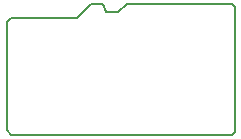
<source format=gko>
G04 DipTrace 3.0.0.2*
G04 microsd-Adapter-2row.gko*
%MOIN*%
G04 #@! TF.FileFunction,Profile*
G04 #@! TF.Part,Single*
%ADD11C,0.005512*%
%FSLAX26Y26*%
G04*
G70*
G90*
G75*
G01*
G04 BoardOutline*
%LPD*%
X393701Y408701D2*
D11*
X408701Y393701D1*
X1143701D1*
X1153701Y403701D1*
Y818701D1*
X1143701Y828701D1*
X793701D1*
X763701Y803701D1*
X723701D1*
X713701Y828701D1*
X673701D1*
X628701Y783701D1*
X408701D1*
X393701Y768701D1*
Y408701D1*
M02*

</source>
